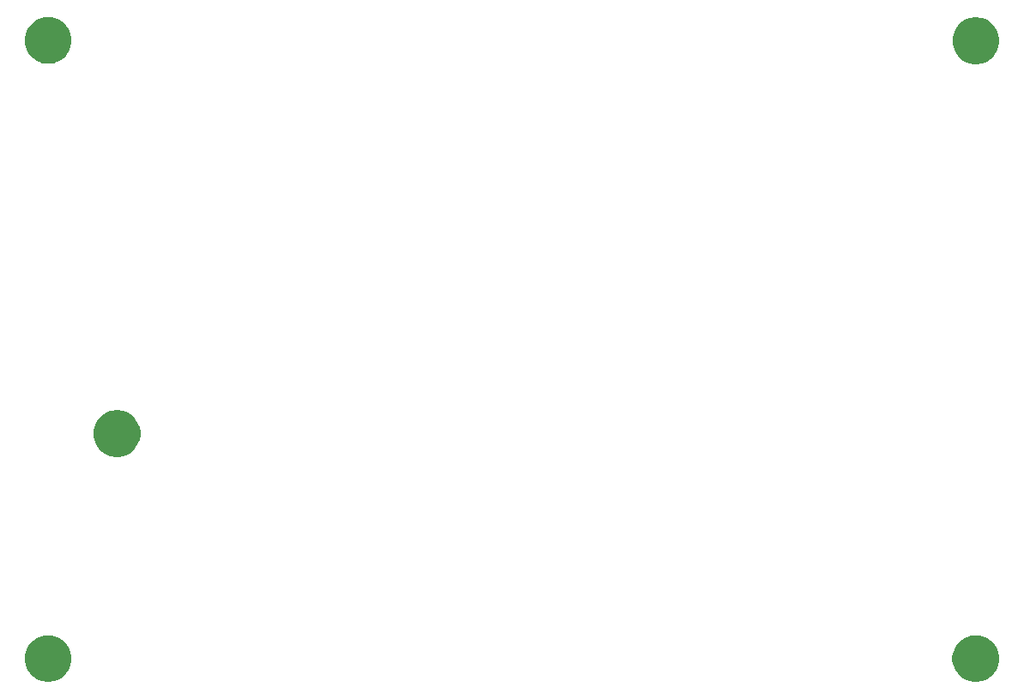
<source format=gbr>
G04 #@! TF.GenerationSoftware,KiCad,Pcbnew,(5.1.2)-2*
G04 #@! TF.CreationDate,2021-09-09T10:19:07-03:00*
G04 #@! TF.ProjectId,MAG_Plus,4d41475f-506c-4757-932e-6b696361645f,rev?*
G04 #@! TF.SameCoordinates,Original*
G04 #@! TF.FileFunction,Soldermask,Top*
G04 #@! TF.FilePolarity,Negative*
%FSLAX46Y46*%
G04 Gerber Fmt 4.6, Leading zero omitted, Abs format (unit mm)*
G04 Created by KiCad (PCBNEW (5.1.2)-2) date 2021-09-09 10:19:07*
%MOMM*%
%LPD*%
G04 APERTURE LIST*
%ADD10C,0.100000*%
G04 APERTURE END LIST*
D10*
G36*
X361068903Y-106213213D02*
G01*
X361291177Y-106257426D01*
X361709932Y-106430880D01*
X362086802Y-106682696D01*
X362407304Y-107003198D01*
X362659120Y-107380068D01*
X362832574Y-107798823D01*
X362921000Y-108243371D01*
X362921000Y-108696629D01*
X362832574Y-109141177D01*
X362659120Y-109559932D01*
X362407304Y-109936802D01*
X362086802Y-110257304D01*
X361709932Y-110509120D01*
X361291177Y-110682574D01*
X361068903Y-110726787D01*
X360846630Y-110771000D01*
X360393370Y-110771000D01*
X360171097Y-110726787D01*
X359948823Y-110682574D01*
X359530068Y-110509120D01*
X359153198Y-110257304D01*
X358832696Y-109936802D01*
X358580880Y-109559932D01*
X358407426Y-109141177D01*
X358319000Y-108696629D01*
X358319000Y-108243371D01*
X358407426Y-107798823D01*
X358580880Y-107380068D01*
X358832696Y-107003198D01*
X359153198Y-106682696D01*
X359530068Y-106430880D01*
X359948823Y-106257426D01*
X360171097Y-106213213D01*
X360393370Y-106169000D01*
X360846630Y-106169000D01*
X361068903Y-106213213D01*
X361068903Y-106213213D01*
G37*
G36*
X452548903Y-106203213D02*
G01*
X452771177Y-106247426D01*
X453189932Y-106420880D01*
X453566802Y-106672696D01*
X453887304Y-106993198D01*
X454139120Y-107370068D01*
X454312574Y-107788823D01*
X454401000Y-108233371D01*
X454401000Y-108686629D01*
X454312574Y-109131177D01*
X454139120Y-109549932D01*
X453887304Y-109926802D01*
X453566802Y-110247304D01*
X453189932Y-110499120D01*
X452771177Y-110672574D01*
X452548903Y-110716787D01*
X452326630Y-110761000D01*
X451873370Y-110761000D01*
X451651097Y-110716787D01*
X451428823Y-110672574D01*
X451010068Y-110499120D01*
X450633198Y-110247304D01*
X450312696Y-109926802D01*
X450060880Y-109549932D01*
X449887426Y-109131177D01*
X449799000Y-108686629D01*
X449799000Y-108233371D01*
X449887426Y-107788823D01*
X450060880Y-107370068D01*
X450312696Y-106993198D01*
X450633198Y-106672696D01*
X451010068Y-106420880D01*
X451428823Y-106247426D01*
X451651097Y-106203213D01*
X451873370Y-106159000D01*
X452326630Y-106159000D01*
X452548903Y-106203213D01*
X452548903Y-106203213D01*
G37*
G36*
X367858903Y-84003213D02*
G01*
X368081177Y-84047426D01*
X368499932Y-84220880D01*
X368876802Y-84472696D01*
X369197304Y-84793198D01*
X369449120Y-85170068D01*
X369622574Y-85588823D01*
X369711000Y-86033371D01*
X369711000Y-86486629D01*
X369622574Y-86931177D01*
X369449120Y-87349932D01*
X369197304Y-87726802D01*
X368876802Y-88047304D01*
X368499932Y-88299120D01*
X368081177Y-88472574D01*
X367858903Y-88516787D01*
X367636630Y-88561000D01*
X367183370Y-88561000D01*
X366961097Y-88516787D01*
X366738823Y-88472574D01*
X366320068Y-88299120D01*
X365943198Y-88047304D01*
X365622696Y-87726802D01*
X365370880Y-87349932D01*
X365197426Y-86931177D01*
X365109000Y-86486629D01*
X365109000Y-86033371D01*
X365197426Y-85588823D01*
X365370880Y-85170068D01*
X365622696Y-84793198D01*
X365943198Y-84472696D01*
X366320068Y-84220880D01*
X366738823Y-84047426D01*
X366961097Y-84003213D01*
X367183370Y-83959000D01*
X367636630Y-83959000D01*
X367858903Y-84003213D01*
X367858903Y-84003213D01*
G37*
G36*
X452558903Y-45223213D02*
G01*
X452781177Y-45267426D01*
X453199932Y-45440880D01*
X453576802Y-45692696D01*
X453897304Y-46013198D01*
X454149120Y-46390068D01*
X454322574Y-46808823D01*
X454411000Y-47253371D01*
X454411000Y-47706629D01*
X454322574Y-48151177D01*
X454149120Y-48569932D01*
X453897304Y-48946802D01*
X453576802Y-49267304D01*
X453199932Y-49519120D01*
X452781177Y-49692574D01*
X452558903Y-49736787D01*
X452336630Y-49781000D01*
X451883370Y-49781000D01*
X451661097Y-49736787D01*
X451438823Y-49692574D01*
X451020068Y-49519120D01*
X450643198Y-49267304D01*
X450322696Y-48946802D01*
X450070880Y-48569932D01*
X449897426Y-48151177D01*
X449809000Y-47706629D01*
X449809000Y-47253371D01*
X449897426Y-46808823D01*
X450070880Y-46390068D01*
X450322696Y-46013198D01*
X450643198Y-45692696D01*
X451020068Y-45440880D01*
X451438823Y-45267426D01*
X451661097Y-45223213D01*
X451883370Y-45179000D01*
X452336630Y-45179000D01*
X452558903Y-45223213D01*
X452558903Y-45223213D01*
G37*
G36*
X360947176Y-45179000D02*
G01*
X361291177Y-45247426D01*
X361709932Y-45420880D01*
X362086802Y-45672696D01*
X362407304Y-45993198D01*
X362659120Y-46370068D01*
X362832574Y-46788823D01*
X362921000Y-47233371D01*
X362921000Y-47686629D01*
X362832574Y-48131177D01*
X362659120Y-48549932D01*
X362407304Y-48926802D01*
X362086802Y-49247304D01*
X361709932Y-49499120D01*
X361291177Y-49672574D01*
X361190630Y-49692574D01*
X360846630Y-49761000D01*
X360393370Y-49761000D01*
X360049370Y-49692574D01*
X359948823Y-49672574D01*
X359530068Y-49499120D01*
X359153198Y-49247304D01*
X358832696Y-48926802D01*
X358580880Y-48549932D01*
X358407426Y-48131177D01*
X358319000Y-47686629D01*
X358319000Y-47233371D01*
X358407426Y-46788823D01*
X358580880Y-46370068D01*
X358832696Y-45993198D01*
X359153198Y-45672696D01*
X359530068Y-45420880D01*
X359948823Y-45247426D01*
X360292824Y-45179000D01*
X360393370Y-45159000D01*
X360846630Y-45159000D01*
X360947176Y-45179000D01*
X360947176Y-45179000D01*
G37*
M02*

</source>
